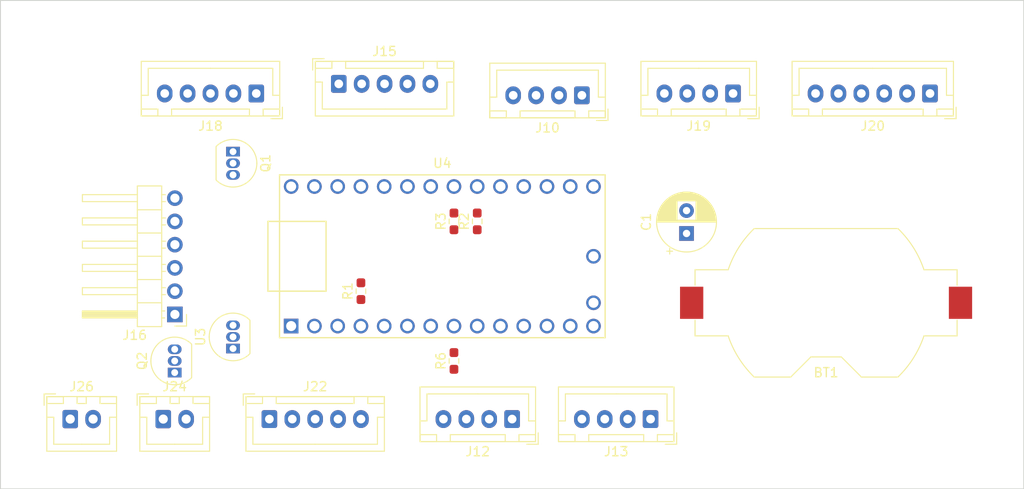
<source format=kicad_pcb>
(kicad_pcb (version 20211014) (generator pcbnew)
  (layers (0 "F.Cu" signal) (31 "B.Cu" signal) (34 "B.Paste" user) (35 "F.Paste" user) (36 "B.SilkS" user "B.Silkscreen") (37 "F.SilkS" user "F.Silkscreen") (38 "B.Mask" user) (39 "F.Mask" user) (44 "Edge.Cuts" user))
  (net 0 "")
  (net 1 "Net-(BT1-Pad1)")
  (net 2 "Net-(Q1-Pad2)")
  (net 3 "GNDD")
  (net 4 "/3V3")
  (net 5 "+5V")
  (net 6 "Net-(BT1-Pad2)")
  (net 7 "SCK")
  (net 8 "Net-(J15-Pad1)")
  (net 9 "MISO")
  (net 11 "SD_CS")
  (net 14 "SDA")
  (net 15 "SCL")
  (net 16 "Net-(J15-Pad3)")
  (net 19 "Net-(J18-Pad3)")
  (net 20 "+3V3")
  (net 22 "MOSI")
  (net 23 "Net-(J13-Pad2)")
  (net 24 "Net-(J13-Pad3)")
  (net 25 "Net-(J12-Pad2)")
  (net 26 "Net-(J12-Pad3)")
  (net 27 "Net-(J21-Pad3)")
  (net 28 "Net-(J21-Pad4)")
  (net 29 "Net-(J21-Pad5)")
  (net 30 "Net-(J24-Pad1)")
  (net 31 "Net-(R1-Pad1)")
  (net 32 "/TX")
  (net 33 "/RX")
  (net 36 "Net-(J15-Pad4)")
  (net 37 "Net-(J15-Pad5)")
  (net 40 "Net-(Q2-Pad2)")
  (net 41 "Net-(U4-Pad8)")
  (footprint "Resistor_SMD:R_0603_1608Metric_Pad0.98x0.95mm_HandSolder" (layer "F.Cu") (at 107.95 74.93 90)
    (fp_text reference "R3" (at 0 -1.43 90) (layer "F.SilkS"))
    (fp_text value "4k7")
    (pad "1" smd roundrect (at -0.9125 0 90) (size 0.975 0.95) (layers "F.Cu" "F.Paste" "F.Mask") (net 20 "+3V3"))
    (pad "2" smd roundrect (at 0.9125 0 90) (size 0.975 0.95) (layers "F.Cu" "F.Paste" "F.Mask") (net 15 "SCL"))
  )
  (footprint "Connector_JST:JST_XH_B4B-XH-A_1x04_P2.50mm_Vertical" (layer "F.Cu") (at 138.43 60.96 180)
    (fp_text reference "J19" (at 3.75 -3.55) (layer "F.SilkS"))
    (fp_text value "I2C")
    (pad "1" thru_hole roundrect (at 0 0 180) (size 1.7 1.95) (drill 0.95) (layers *.Cu *.Mask) (roundrect_rratio 0.147059) (net 3 "GNDD"))
    (pad "2" thru_hole oval (at 2.5 0 180) (size 1.7 1.95) (drill 0.95) (layers *.Cu *.Mask) (net 14 "SDA"))
    (pad "3" thru_hole oval (at 5 0 180) (size 1.7 1.95) (drill 0.95) (layers *.Cu *.Mask) (net 15 "SCL"))
    (pad "4" thru_hole oval (at 7.5 0 180) (size 1.7 1.95) (drill 0.95) (layers *.Cu *.Mask) (net 20 "+3V3"))
  )
  (footprint "Connector_JST:JST_XH_B4B-XH-A_1x04_P2.50mm_Vertical" (layer "F.Cu") (at 114.3 96.52 180)
    (fp_text reference "J12" (at 3.75 -3.55) (layer "F.SilkS"))
    (fp_text value "Serial3")
    (pad "1" thru_hole roundrect (at 0 0 180) (size 1.7 1.95) (drill 0.95) (layers *.Cu *.Mask) (roundrect_rratio 0.147059) (net 3 "GNDD"))
    (pad "2" thru_hole oval (at 2.5 0 180) (size 1.7 1.95) (drill 0.95) (layers *.Cu *.Mask) (net 25 "Net-(J12-Pad2)"))
    (pad "3" thru_hole oval (at 5 0 180) (size 1.7 1.95) (drill 0.95) (layers *.Cu *.Mask) (net 26 "Net-(J12-Pad3)"))
    (pad "4" thru_hole oval (at 7.5 0 180) (size 1.7 1.95) (drill 0.95) (layers *.Cu *.Mask))
  )
  (footprint "Package_TO_SOT_THT:TO-92_Inline" (layer "F.Cu") (at 83.82 67.31 -90)
    (fp_text reference "Q1" (at 1.27 -3.56 90) (layer "F.SilkS"))
    (fp_text value "BC337")
    (pad "1" thru_hole rect (at 0 0 270) (size 1.05 1.5) (drill 0.75) (layers *.Cu *.Mask) (net 8 "Net-(J15-Pad1)"))
    (pad "2" thru_hole oval (at 1.27 0 270) (size 1.05 1.5) (drill 0.75) (layers *.Cu *.Mask) (net 2 "Net-(Q1-Pad2)"))
    (pad "3" thru_hole oval (at 2.54 0 270) (size 1.05 1.5) (drill 0.75) (layers *.Cu *.Mask) (net 3 "GNDD"))
  )
  (footprint "Connector_JST:JST_XH_B5B-XH-A_1x05_P2.50mm_Vertical" (layer "F.Cu") (at 86.36 60.96 180)
    (fp_text reference "J18" (at 5 -3.55) (layer "F.SilkS"))
    (fp_text value "Power")
    (pad "1" thru_hole roundrect (at 0 0 180) (size 1.7 1.95) (drill 0.95) (layers *.Cu *.Mask) (roundrect_rratio 0.147059) (net 3 "GNDD"))
    (pad "2" thru_hole oval (at 2.5 0 180) (size 1.7 1.95) (drill 0.95) (layers *.Cu *.Mask) (net 5 "+5V"))
    (pad "3" thru_hole oval (at 5 0 180) (size 1.7 1.95) (drill 0.95) (layers *.Cu *.Mask) (net 19 "Net-(J18-Pad3)"))
    (pad "4" thru_hole oval (at 7.5 0 180) (size 1.7 1.95) (drill 0.95) (layers *.Cu *.Mask) (net 37 "Net-(J15-Pad5)"))
    (pad "5" thru_hole oval (at 10 0 180) (size 1.7 1.95) (drill 0.95) (layers *.Cu *.Mask) (net 36 "Net-(J15-Pad4)"))
  )
  (footprint "Package_TO_SOT_THT:TO-92_Inline" (layer "F.Cu") (at 77.45 91.44 90)
    (fp_text reference "Q2" (at 1.27 -3.56 90) (layer "F.SilkS"))
    (fp_text value "BC337")
    (pad "1" thru_hole rect (at 0 0 90) (size 1.05 1.5) (drill 0.75) (layers *.Cu *.Mask) (net 30 "Net-(J24-Pad1)"))
    (pad "2" thru_hole oval (at 1.27 0 90) (size 1.05 1.5) (drill 0.75) (layers *.Cu *.Mask) (net 40 "Net-(Q2-Pad2)"))
    (pad "3" thru_hole oval (at 2.54 0 90) (size 1.05 1.5) (drill 0.75) (layers *.Cu *.Mask) (net 3 "GNDD"))
  )
  (footprint "Resistor_SMD:R_0603_1608Metric_Pad0.98x0.95mm_HandSolder" (layer "F.Cu") (at 110.49 74.93 90)
    (fp_text reference "R2" (at 0 -1.43 90) (layer "F.SilkS"))
    (fp_text value "4k7")
    (pad "1" smd roundrect (at -0.9125 0 90) (size 0.975 0.95) (layers "F.Cu" "F.Paste" "F.Mask") (net 20 "+3V3"))
    (pad "2" smd roundrect (at 0.9125 0 90) (size 0.975 0.95) (layers "F.Cu" "F.Paste" "F.Mask") (net 14 "SDA"))
  )
  (footprint "Connector_JST:JST_XH_B4B-XH-A_1x04_P2.50mm_Vertical" (layer "F.Cu") (at 129.42 96.52 180)
    (fp_text reference "J13" (at 3.75 -3.55) (layer "F.SilkS"))
    (fp_text value "Serial2")
    (pad "1" thru_hole roundrect (at 0 0 180) (size 1.7 1.95) (drill 0.95) (layers *.Cu *.Mask) (roundrect_rratio 0.147059) (net 3 "GNDD"))
    (pad "2" thru_hole oval (at 2.5 0 180) (size 1.7 1.95) (drill 0.95) (layers *.Cu *.Mask) (net 23 "Net-(J13-Pad2)"))
    (pad "3" thru_hole oval (at 5 0 180) (size 1.7 1.95) (drill 0.95) (layers *.Cu *.Mask) (net 24 "Net-(J13-Pad3)"))
    (pad "4" thru_hole oval (at 7.5 0 180) (size 1.7 1.95) (drill 0.95) (layers *.Cu *.Mask))
  )
  (footprint "Connector_JST:JST_XH_B5B-XH-A_1x05_P2.50mm_Vertical" (layer "F.Cu") (at 95.37 59.91)
    (fp_text reference "J15" (at 5 -3.55) (layer "F.SilkS"))
    (fp_text value "Startbutton")
    (pad "1" thru_hole roundrect (at 0 0) (size 1.7 1.95) (drill 0.95) (layers *.Cu *.Mask) (roundrect_rratio 0.147059) (net 8 "Net-(J15-Pad1)"))
    (pad "2" thru_hole oval (at 2.5 0) (size 1.7 1.95) (drill 0.95) (layers *.Cu *.Mask) (net 5 "+5V"))
    (pad "3" thru_hole oval (at 5 0) (size 1.7 1.95) (drill 0.95) (layers *.Cu *.Mask) (net 16 "Net-(J15-Pad3)"))
    (pad "4" thru_hole oval (at 7.5 0) (size 1.7 1.95) (drill 0.95) (layers *.Cu *.Mask) (net 36 "Net-(J15-Pad4)"))
    (pad "5" thru_hole oval (at 10 0) (size 1.7 1.95) (drill 0.95) (layers *.Cu *.Mask) (net 37 "Net-(J15-Pad5)"))
  )
  (footprint "Connector_JST:JST_XH_B2B-XH-A_1x02_P2.50mm_Vertical" (layer "F.Cu") (at 76.2 96.52)
    (fp_text reference "J24" (at 1.25 -3.55) (layer "F.SilkS"))
    (fp_text value "Fan")
    (pad "1" thru_hole roundrect (at 0 0) (size 1.7 2) (drill 1) (layers *.Cu *.Mask) (roundrect_rratio 0.147059) (net 30 "Net-(J24-Pad1)"))
    (pad "2" thru_hole oval (at 2.5 0) (size 1.7 2) (drill 1) (layers *.Cu *.Mask) (net 5 "+5V"))
  )
  (footprint "Connector_JST:JST_XH_B4B-XH-A_1x04_P2.50mm_Vertical" (layer "F.Cu") (at 121.92 61.16 180)
    (fp_text reference "J10" (at 3.75 -3.55) (layer "F.SilkS"))
    (fp_text value "Steering Wheel I2C")
    (pad "1" thru_hole roundrect (at 0 0 180) (size 1.7 1.95) (drill 0.95) (layers *.Cu *.Mask) (roundrect_rratio 0.147059) (net 3 "GNDD"))
    (pad "2" thru_hole oval (at 2.5 0 180) (size 1.7 1.95) (drill 0.95) (layers *.Cu *.Mask) (net 14 "SDA"))
    (pad "3" thru_hole oval (at 5 0 180) (size 1.7 1.95) (drill 0.95) (layers *.Cu *.Mask) (net 15 "SCL"))
    (pad "4" thru_hole oval (at 7.5 0 180) (size 1.7 1.95) (drill 0.95) (layers *.Cu *.Mask) (net 20 "+3V3"))
  )
  (footprint "Battery:BatteryHolder_Keystone_1058_1x2032" (layer "F.Cu") (at 148.59 83.82)
    (fp_text reference "BT1" (at 0 7.62) (layer "F.SilkS"))
    (fp_text value "3V")
    (pad "1" smd rect (at -14.68 0) (size 2.54 3.51) (layers "F.Cu" "F.Paste" "F.Mask") (net 1 "Net-(BT1-Pad1)"))
    (pad "2" smd rect (at 14.68 0) (size 2.54 3.51) (layers "F.Cu" "F.Paste" "F.Mask") (net 6 "Net-(BT1-Pad2)"))
  )
  (footprint "teensy:Teensy30_31_32_All_Pins" (layer "F.Cu") (at 106.68 78.74)
    (fp_text reference "U4" (at 0 -10.16) (layer "F.SilkS"))
    (fp_text value "Teensy3.2")
    (pad "1" thru_hole rect (at -16.51 7.62) (size 1.6 1.6) (drill 1.1) (layers *.Cu *.Mask) (net 3 "GNDD"))
    (pad "2" thru_hole circle (at -13.97 7.62) (size 1.6 1.6) (drill 1.1) (layers *.Cu *.Mask) (net 33 "/RX"))
    (pad "3" thru_hole circle (at -11.43 7.62) (size 1.6 1.6) (drill 1.1) (layers *.Cu *.Mask) (net 32 "/TX"))
    (pad "4" thru_hole circle (at -8.89 7.62) (size 1.6 1.6) (drill 1.1) (layers *.Cu *.Mask) (net 31 "Net-(R1-Pad1)"))
    (pad "5" thru_hole circle (at -6.35 7.62) (size 1.6 1.6) (drill 1.1) (layers *.Cu *.Mask) (net 27 "Net-(J21-Pad3)"))
    (pad "6" thru_hole circle (at -3.81 7.62) (size 1.6 1.6) (drill 1.1) (layers *.Cu *.Mask) (net 28 "Net-(J21-Pad4)"))
    (pad "7" thru_hole circle (at -1.27 7.62) (size 1.6 1.6) (drill 1.1) (layers *.Cu *.Mask) (net 29 "Net-(J21-Pad5)"))
    (pad "8" thru_hole circle (at 1.27 7.62) (size 1.6 1.6) (drill 1.1) (layers *.Cu *.Mask) (net 41 "Net-(U4-Pad8)"))
    (pad "9" thru_hole circle (at 3.81 7.62) (size 1.6 1.6) (drill 1.1) (layers *.Cu *.Mask) (net 26 "Net-(J12-Pad3)"))
    (pad "10" thru_hole circle (at 6.35 7.62) (size 1.6 1.6) (drill 1.1) (layers *.Cu *.Mask) (net 25 "Net-(J12-Pad2)"))
    (pad "11" thru_hole circle (at 8.89 7.62) (size 1.6 1.6) (drill 1.1) (layers *.Cu *.Mask) (net 24 "Net-(J13-Pad3)"))
    (pad "12" thru_hole circle (at 11.43 7.62) (size 1.6 1.6) (drill 1.1) (layers *.Cu *.Mask) (net 23 "Net-(J13-Pad2)"))
    (pad "13" thru_hole circle (at 13.97 7.62) (size 1.6 1.6) (drill 1.1) (layers *.Cu *.Mask) (net 22 "MOSI"))
    (pad "14" thru_hole circle (at 16.51 7.62) (size 1.6 1.6) (drill 1.1) (layers *.Cu *.Mask) (net 9 "MISO"))
    (pad "15" thru_hole circle (at 16.51 5.08) (size 1.6 1.6) (drill 1.1) (layers *.Cu *.Mask) (net 1 "Net-(BT1-Pad1)"))
    (pad "17" thru_hole circle (at 16.51 0) (size 1.6 1.6) (drill 1.1) (layers *.Cu *.Mask) (net 6 "Net-(BT1-Pad2)"))
    (pad "20" thru_hole circle (at 16.51 -7.62) (size 1.6 1.6) (drill 1.1) (layers *.Cu *.Mask) (net 7 "SCK"))
    (pad "21" thru_hole circle (at 13.97 -7.62) (size 1.6 1.6) (drill 1.1) (layers *.Cu *.Mask))
    (pad "22" thru_hole circle (at 11.43 -7.62) (size 1.6 1.6) (drill 1.1) (layers *.Cu *.Mask) (net 11 "SD_CS"))
    (pad "23" thru_hole circle (at 8.89 -7.62) (size 1.6 1.6) (drill 1.1) (layers *.Cu *.Mask))
    (pad "24" thru_hole circle (at 6.35 -7.62) (size 1.6 1.6) (drill 1.1) (layers *.Cu *.Mask))
    (pad "25" thru_hole circle (at 3.81 -7.62) (size 1.6 1.6) (drill 1.1) (layers *.Cu *.Mask) (net 14 "SDA"))
    (pad "26" thru_hole circle (at 1.27 -7.62) (size 1.6 1.6) (drill 1.1) (layers *.Cu *.Mask) (net 15 "SCL"))
    (pad "27" thru_hole circle (at -1.27 -7.62) (size 1.6 1.6) (drill 1.1) (layers *.Cu *.Mask) (net 19 "Net-(J18-Pad3)"))
    (pad "28" thru_hole circle (at -3.81 -7.62) (size 1.6 1.6) (drill 1.1) (layers *.Cu *.Mask))
    (pad "29" thru_hole circle (at -6.35 -7.62) (size 1.6 1.6) (drill 1.1) (layers *.Cu *.Mask))
    (pad "30" thru_hole circle (at -8.89 -7.62) (size 1.6 1.6) (drill 1.1) (layers *.Cu *.Mask) (net 16 "Net-(J15-Pad3)"))
    (pad "31" thru_hole circle (at -11.43 -7.62) (size 1.6 1.6) (drill 1.1) (layers *.Cu *.Mask) (net 20 "+3V3"))
    (pad "32" thru_hole circle (at -13.97 -7.62) (size 1.6 1.6) (drill 1.1) (layers *.Cu *.Mask))
    (pad "33" thru_hole circle (at -16.51 -7.62) (size 1.6 1.6) (drill 1.1) (layers *.Cu *.Mask) (net 5 "+5V"))
  )
  (footprint "Connector_JST:JST_XH_B5B-XH-A_1x05_P2.50mm_Vertical" (layer "F.Cu") (at 87.79 96.52)
    (fp_text reference "J22" (at 5 -3.55) (layer "F.SilkS"))
    (fp_text value "Modebutton")
    (pad "1" thru_hole roundrect (at 0 0) (size 1.7 1.95) (drill 0.95) (layers *.Cu *.Mask) (roundrect_rratio 0.147059) (net 3 "GNDD"))
    (pad "2" thru_hole oval (at 2.5 0) (size 1.7 1.95) (drill 0.95) (layers *.Cu *.Mask) (net 20 "+3V3"))
    (pad "3" thru_hole oval (at 5 0) (size 1.7 1.95) (drill 0.95) (layers *.Cu *.Mask) (net 27 "Net-(J21-Pad3)"))
    (pad "4" thru_hole oval (at 7.5 0) (size 1.7 1.95) (drill 0.95) (layers *.Cu *.Mask) (net 28 "Net-(J21-Pad4)"))
    (pad "5" thru_hole oval (at 10 0) (size 1.7 1.95) (drill 0.95) (layers *.Cu *.Mask) (net 29 "Net-(J21-Pad5)"))
  )
  (footprint "Resistor_SMD:R_0603_1608Metric_Pad0.98x0.95mm_HandSolder" (layer "F.Cu") (at 97.79 82.55 90)
    (fp_text reference "R1" (at 0 -1.43 90) (layer "F.SilkS"))
    (fp_text value "220")
    (pad "1" smd roundrect (at -0.9125 0 90) (size 0.975 0.95) (layers "F.Cu" "F.Paste" "F.Mask") (net 31 "Net-(R1-Pad1)"))
    (pad "2" smd roundrect (at 0.9125 0 90) (size 0.975 0.95) (layers "F.Cu" "F.Paste" "F.Mask") (net 2 "Net-(Q1-Pad2)"))
  )
  (footprint "Resistor_SMD:R_0603_1608Metric_Pad0.98x0.95mm_HandSolder" (layer "F.Cu") (at 107.95 90.17 90)
    (fp_text reference "R6" (at 0 -1.43 90) (layer "F.SilkS"))
    (fp_text value "200")
    (pad "1" smd roundrect (at -0.9125 0 90) (size 0.975 0.95) (layers "F.Cu" "F.Paste" "F.Mask") (net 40 "Net-(Q2-Pad2)"))
    (pad "2" smd roundrect (at 0.9125 0 90) (size 0.975 0.95) (layers "F.Cu" "F.Paste" "F.Mask") (net 41 "Net-(U4-Pad8)"))
  )
  (footprint "Package_TO_SOT_THT:TO-92_Inline" (layer "F.Cu") (at 83.82 88.817893 90)
    (fp_text reference "U3" (at 1.27 -3.56 90) (layer "F.SilkS"))
    (fp_text value "L78L33_TO92")
    (pad "1" thru_hole rect (at 0 0 90) (size 1.05 1.5) (drill 0.75) (layers *.Cu *.Mask) (net 4 "/3V3"))
    (pad "2" thru_hole oval (at 1.27 0 90) (size 1.05 1.5) (drill 0.75) (layers *.Cu *.Mask) (net 3 "GNDD"))
    (pad "3" thru_hole oval (at 2.54 0 90) (size 1.05 1.5) (drill 0.75) (layers *.Cu *.Mask) (net 5 "+5V"))
  )
  (footprint "Connector_JST:JST_XH_B2B-XH-A_1x02_P2.50mm_Vertical" (layer "F.Cu") (at 66.04 96.52)
    (fp_text reference "J26" (at 1.25 -3.55) (layer "F.SilkS"))
    (fp_text value "Fan")
    (pad "1" thru_hole roundrect (at 0 0) (size 1.7 2) (drill 1) (layers *.Cu *.Mask) (roundrect_rratio 0.147059) (net 30 "Net-(J24-Pad1)"))
    (pad "2" thru_hole oval (at 2.5 0) (size 1.7 2) (drill 1) (layers *.Cu *.Mask) (net 5 "+5V"))
  )
  (footprint "Capacitor_THT:CP_Radial_D6.3mm_P2.50mm" (layer "F.Cu") (at 133.35 76.25 90)
    (fp_text reference "C1" (at 1.25 -4.4 90) (layer "F.SilkS"))
    (fp_text value "100uF")
    (pad "1" thru_hole rect (at 0 0 90) (size 1.6 1.6) (drill 0.8) (layers *.Cu *.Mask) (net 20 "+3V3"))
    (pad "2" thru_hole circle (at 2.5 0 90) (size 1.6 1.6) (drill 0.8) (layers *.Cu *.Mask) (net 3 "GNDD"))
  )
  (footprint "Connector_JST:JST_XH_B6B-XH-A_1x06_P2.50mm_Vertical" (layer "F.Cu") (at 159.94 60.96 180)
    (fp_text reference "J20" (at 6.25 -3.55) (layer "F.SilkS"))
    (fp_text value "SPI_SD")
    (pad "1" thru_hole roundrect (at 0 0 180) (size 1.7 1.95) (drill 0.95) (layers *.Cu *.Mask) (roundrect_rratio 0.147059) (net 3 "GNDD"))
    (pad "2" thru_hole oval (at 2.5 0 180) (size 1.7 1.95) (drill 0.95) (layers *.Cu *.Mask) (net 20 "+3V3"))
    (pad "3" thru_hole oval (at 5 0 180) (size 1.7 1.95) (drill 0.95) (layers *.Cu *.Mask) (net 9 "MISO"))
    (pad "4" thru_hole oval (at 7.5 0 180) (size 1.7 1.95) (drill 0.95) (layers *.Cu *.Mask) (net 22 "MOSI"))
    (pad "5" thru_hole oval (at 10 0 180) (size 1.7 1.95) (drill 0.95) (layers *.Cu *.Mask) (net 7 "SCK"))
    (pad "6" thru_hole oval (at 12.5 0 180) (size 1.7 1.95) (drill 0.95) (layers *.Cu *.Mask) (net 11 "SD_CS"))
  )
  (footprint "Connector_PinHeader_2.54mm:PinHeader_1x06_P2.54mm_Horizontal" (layer "F.Cu") (at 77.47 85.09 180)
    (fp_text reference "J16" (at 4.385 -2.27 180) (layer "F.SilkS"))
    (fp_text value "Serial")
    (pad "1" thru_hole rect (at 0 0 180) (size 1.7 1.7) (drill 1) (layers *.Cu *.Mask) (net 3 "GNDD"))
    (pad "2" thru_hole oval (at 0 2.54 180) (size 1.7 1.7) (drill 1) (layers *.Cu *.Mask))
    (pad "3" thru_hole oval (at 0 5.08 180) (size 1.7 1.7) (drill 1) (layers *.Cu *.Mask) (net 4 "/3V3"))
    (pad "4" thru_hole oval (at 0 7.62 180) (size 1.7 1.7) (drill 1) (layers *.Cu *.Mask) (net 33 "/RX"))
    (pad "5" thru_hole oval (at 0 10.16 180) (size 1.7 1.7) (drill 1) (layers *.Cu *.Mask) (net 32 "/TX"))
    (pad "6" thru_hole oval (at 0 12.7 180) (size 1.7 1.7) (drill 1) (layers *.Cu *.Mask))
  )
  (gr_rect (start 58.42 50.8) (end 170.18 104.14) (layer "Edge.Cuts") (width 0.1) (fill none))
)
</source>
